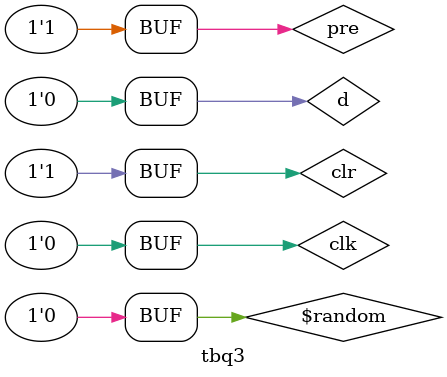
<source format=sv>
module tbq3();
    logic d = 0, clk = 0, pre = 1, clr = 1;
    wire Q, Qb;
    q3 d_flip_flop (d, clk, pre , clr, Q, Qb);
    initial repeat (15) #100 clk = ~clk;
    initial repeat (15) #150 d = $random;
endmodule
</source>
